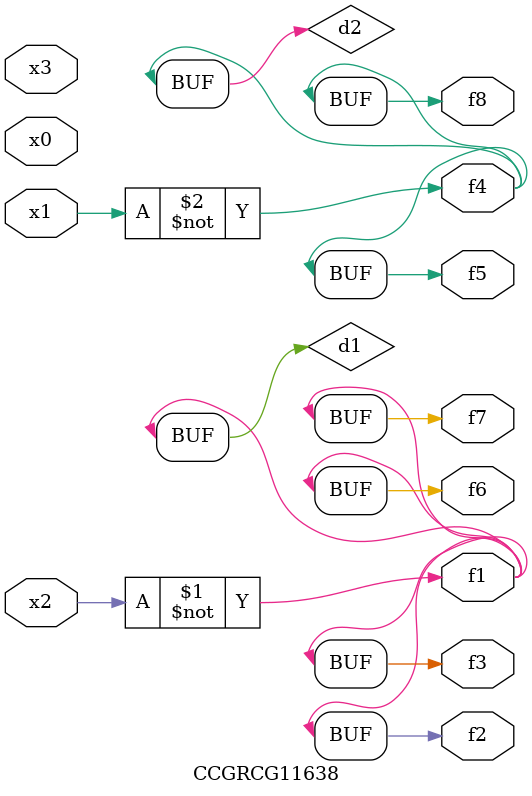
<source format=v>
module CCGRCG11638(
	input x0, x1, x2, x3,
	output f1, f2, f3, f4, f5, f6, f7, f8
);

	wire d1, d2;

	xnor (d1, x2);
	not (d2, x1);
	assign f1 = d1;
	assign f2 = d1;
	assign f3 = d1;
	assign f4 = d2;
	assign f5 = d2;
	assign f6 = d1;
	assign f7 = d1;
	assign f8 = d2;
endmodule

</source>
